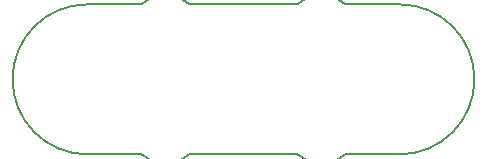
<source format=gbr>
%FSLAX46Y46*%
G04 Gerber Fmt 4.6, Leading zero omitted, Abs format (unit mm)*
G04 Created by KiCad (PCBNEW (2014-08-31 BZR 5107)-product) date tor  6 aug 2015 12:44:02*
%MOMM*%
G01*
G04 APERTURE LIST*
%ADD10C,0.100000*%
%ADD11C,0.150000*%
G04 APERTURE END LIST*
D10*
D11*
X177292000Y-92710000D02*
X172720000Y-92710000D01*
X190500000Y-92710000D02*
X181356000Y-92710000D01*
X199136000Y-92710000D02*
X194564000Y-92710000D01*
X194564000Y-105410000D02*
X199136000Y-105410000D01*
X181356000Y-105410000D02*
X190500000Y-105410000D01*
X172720000Y-105410000D02*
X177292000Y-105410000D01*
X172720000Y-92710000D02*
G75*
G03X172720000Y-105410000I0J-6350000D01*
G74*
G01*
X199136000Y-105410000D02*
G75*
G03X199136000Y-92710000I0J6350000D01*
G74*
G01*
X190500000Y-105410000D02*
G75*
G03X194564000Y-105410000I2032000J2032000D01*
G74*
G01*
X177292000Y-105410000D02*
G75*
G03X181356000Y-105410000I2032000J2032000D01*
G74*
G01*
X194564000Y-92710000D02*
G75*
G03X190500000Y-92710000I-2032000J-2032000D01*
G74*
G01*
X181356000Y-92710000D02*
G75*
G03X177292000Y-92710000I-2032000J-2032000D01*
G74*
G01*
M02*

</source>
